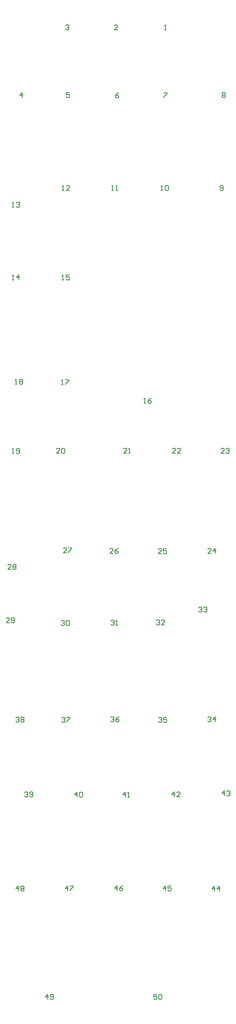
<source format=gto>
%FSLAX44Y44*%
%MOMM*%
G71*
G01*
G75*
%ADD10R,2.5000X6.0000*%
%ADD11R,6.9850X4.0000*%
%ADD12R,6.0000X2.5000*%
%ADD13R,4.0000X6.9850*%
%ADD14C,0.2540*%
%ADD15C,1.0000*%
%ADD16C,4.0000*%
%ADD17C,1.8000*%
%ADD18C,1.0000*%
%ADD19C,1.2700*%
%ADD20R,1.0200X3.8000*%
%ADD21R,1.2192X0.8128*%
%ADD22R,0.3556X0.7620*%
%ADD23R,0.7620X0.3556*%
%ADD24R,2.7940X2.7940*%
D14*
X497928Y3134160D02*
X503006D01*
X500467D01*
Y3149395D01*
X497928Y3146856D01*
X352891Y3134160D02*
X342734D01*
X352891Y3144317D01*
Y3146856D01*
X350352Y3149395D01*
X345273D01*
X342734Y3146856D01*
X192874D02*
X195413Y3149395D01*
X200492D01*
X203031Y3146856D01*
Y3144317D01*
X200492Y3141778D01*
X197952D01*
X200492D01*
X203031Y3139239D01*
Y3136699D01*
X200492Y3134160D01*
X195413D01*
X192874Y3136699D01*
X58760Y2925372D02*
Y2940607D01*
X51142Y2932990D01*
X61299D01*
X205157Y2941235D02*
X195000D01*
Y2933618D01*
X200078Y2936157D01*
X202617D01*
X205157Y2933618D01*
Y2928539D01*
X202617Y2926000D01*
X197539D01*
X195000Y2928539D01*
X356157Y2940235D02*
X351078Y2937696D01*
X346000Y2932617D01*
Y2927539D01*
X348539Y2925000D01*
X353618D01*
X356157Y2927539D01*
Y2930078D01*
X353618Y2932617D01*
X346000D01*
X495000Y2940235D02*
X505157D01*
Y2937696D01*
X495000Y2927539D01*
Y2925000D01*
X675000Y2938696D02*
X677539Y2941235D01*
X682617D01*
X685157Y2938696D01*
Y2936157D01*
X682617Y2933618D01*
X685157Y2931078D01*
Y2928539D01*
X682617Y2926000D01*
X677539D01*
X675000Y2928539D01*
Y2931078D01*
X677539Y2933618D01*
X675000Y2936157D01*
Y2938696D01*
X677539Y2933618D02*
X682617D01*
X668000Y2642539D02*
X670539Y2640000D01*
X675618D01*
X678157Y2642539D01*
Y2652696D01*
X675618Y2655235D01*
X670539D01*
X668000Y2652696D01*
Y2650157D01*
X670539Y2647617D01*
X678157D01*
X487000Y2640000D02*
X492078D01*
X489539D01*
Y2655235D01*
X487000Y2652696D01*
X499696D02*
X502235Y2655235D01*
X507313D01*
X509853Y2652696D01*
Y2642539D01*
X507313Y2640000D01*
X502235D01*
X499696Y2642539D01*
Y2652696D01*
X335000Y2640000D02*
X340078D01*
X337539D01*
Y2655235D01*
X335000Y2652696D01*
X347696Y2640000D02*
X352774D01*
X350235D01*
Y2655235D01*
X347696Y2652696D01*
X183000Y2640000D02*
X188078D01*
X185539D01*
Y2655235D01*
X183000Y2652696D01*
X205853Y2640000D02*
X195696D01*
X205853Y2650157D01*
Y2652696D01*
X203313Y2655235D01*
X198235D01*
X195696Y2652696D01*
X29000Y2588000D02*
X34078D01*
X31539D01*
Y2603235D01*
X29000Y2600696D01*
X41696D02*
X44235Y2603235D01*
X49313D01*
X51853Y2600696D01*
Y2598157D01*
X49313Y2595617D01*
X46774D01*
X49313D01*
X51853Y2593078D01*
Y2590539D01*
X49313Y2588000D01*
X44235D01*
X41696Y2590539D01*
X29000Y2365000D02*
X34078D01*
X31539D01*
Y2380235D01*
X29000Y2377696D01*
X49313Y2365000D02*
Y2380235D01*
X41696Y2372617D01*
X51853D01*
X182000Y2365000D02*
X187078D01*
X184539D01*
Y2380235D01*
X182000Y2377696D01*
X204853Y2380235D02*
X194696D01*
Y2372617D01*
X199774Y2375157D01*
X202313D01*
X204853Y2372617D01*
Y2367539D01*
X202313Y2365000D01*
X197235D01*
X194696Y2367539D01*
X434428Y1985064D02*
X439506D01*
X436967D01*
Y2000299D01*
X434428Y1997760D01*
X457281Y2000299D02*
X452202Y1997760D01*
X447124Y1992682D01*
Y1987603D01*
X449663Y1985064D01*
X454742D01*
X457281Y1987603D01*
Y1990143D01*
X454742Y1992682D01*
X447124D01*
X180000Y2042000D02*
X185078D01*
X182539D01*
Y2057235D01*
X180000Y2054696D01*
X192696Y2057235D02*
X202853D01*
Y2054696D01*
X192696Y2044539D01*
Y2042000D01*
X38000Y2044000D02*
X43078D01*
X40539D01*
Y2059235D01*
X38000Y2056696D01*
X50696D02*
X53235Y2059235D01*
X58313D01*
X60853Y2056696D01*
Y2054157D01*
X58313Y2051617D01*
X60853Y2049078D01*
Y2046539D01*
X58313Y2044000D01*
X53235D01*
X50696Y2046539D01*
Y2049078D01*
X53235Y2051617D01*
X50696Y2054157D01*
Y2056696D01*
X53235Y2051617D02*
X58313D01*
X29000Y1830000D02*
X34078D01*
X31539D01*
Y1845235D01*
X29000Y1842696D01*
X41696Y1832539D02*
X44235Y1830000D01*
X49313D01*
X51853Y1832539D01*
Y1842696D01*
X49313Y1845235D01*
X44235D01*
X41696Y1842696D01*
Y1840157D01*
X44235Y1837617D01*
X51853D01*
X175157Y1831000D02*
X165000D01*
X175157Y1841157D01*
Y1843696D01*
X172617Y1846235D01*
X167539D01*
X165000Y1843696D01*
X180235D02*
X182774Y1846235D01*
X187853D01*
X190392Y1843696D01*
Y1833539D01*
X187853Y1831000D01*
X182774D01*
X180235Y1833539D01*
Y1843696D01*
X381593Y1830886D02*
X371436D01*
X381593Y1841043D01*
Y1843582D01*
X379054Y1846121D01*
X373975D01*
X371436Y1843582D01*
X386671Y1830886D02*
X391749D01*
X389210D01*
Y1846121D01*
X386671Y1843582D01*
X531707Y1830886D02*
X521550D01*
X531707Y1841043D01*
Y1843582D01*
X529168Y1846121D01*
X524089D01*
X521550Y1843582D01*
X546942Y1830886D02*
X536785D01*
X546942Y1841043D01*
Y1843582D01*
X544403Y1846121D01*
X539324D01*
X536785Y1843582D01*
X681567Y1830886D02*
X671410D01*
X681567Y1841043D01*
Y1843582D01*
X679028Y1846121D01*
X673949D01*
X671410Y1843582D01*
X686645D02*
X689184Y1846121D01*
X694263D01*
X696802Y1843582D01*
Y1841043D01*
X694263Y1838504D01*
X691723D01*
X694263D01*
X696802Y1835965D01*
Y1833425D01*
X694263Y1830886D01*
X689184D01*
X686645Y1833425D01*
X641157Y1523000D02*
X631000D01*
X641157Y1533157D01*
Y1535696D01*
X638618Y1538235D01*
X633539D01*
X631000Y1535696D01*
X653853Y1523000D02*
Y1538235D01*
X646235Y1530618D01*
X656392D01*
X488157Y1522000D02*
X478000D01*
X488157Y1532157D01*
Y1534696D01*
X485617Y1537235D01*
X480539D01*
X478000Y1534696D01*
X503392Y1537235D02*
X493235D01*
Y1529617D01*
X498313Y1532157D01*
X500853D01*
X503392Y1529617D01*
Y1524539D01*
X500853Y1522000D01*
X495774D01*
X493235Y1524539D01*
X339157Y1523000D02*
X329000D01*
X339157Y1533157D01*
Y1535696D01*
X336618Y1538235D01*
X331539D01*
X329000Y1535696D01*
X354392Y1538235D02*
X349313Y1535696D01*
X344235Y1530618D01*
Y1525539D01*
X346774Y1523000D01*
X351853D01*
X354392Y1525539D01*
Y1528078D01*
X351853Y1530618D01*
X344235D01*
X196157Y1525000D02*
X186000D01*
X196157Y1535157D01*
Y1537696D01*
X193617Y1540235D01*
X188539D01*
X186000Y1537696D01*
X201235Y1540235D02*
X211392D01*
Y1537696D01*
X201235Y1527539D01*
Y1525000D01*
X25157Y1474000D02*
X15000D01*
X25157Y1484157D01*
Y1486696D01*
X22617Y1489235D01*
X17539D01*
X15000Y1486696D01*
X30235D02*
X32774Y1489235D01*
X37853D01*
X40392Y1486696D01*
Y1484157D01*
X37853Y1481617D01*
X40392Y1479078D01*
Y1476539D01*
X37853Y1474000D01*
X32774D01*
X30235Y1476539D01*
Y1479078D01*
X32774Y1481617D01*
X30235Y1484157D01*
Y1486696D01*
X32774Y1481617D02*
X37853D01*
X20157Y1310000D02*
X10000D01*
X20157Y1320157D01*
Y1322696D01*
X17617Y1325235D01*
X12539D01*
X10000Y1322696D01*
X25235Y1312539D02*
X27774Y1310000D01*
X32853D01*
X35392Y1312539D01*
Y1322696D01*
X32853Y1325235D01*
X27774D01*
X25235Y1322696D01*
Y1320157D01*
X27774Y1317617D01*
X35392D01*
X179000Y1313696D02*
X181539Y1316235D01*
X186618D01*
X189157Y1313696D01*
Y1311157D01*
X186618Y1308618D01*
X184078D01*
X186618D01*
X189157Y1306078D01*
Y1303539D01*
X186618Y1301000D01*
X181539D01*
X179000Y1303539D01*
X194235Y1313696D02*
X196774Y1316235D01*
X201853D01*
X204392Y1313696D01*
Y1303539D01*
X201853Y1301000D01*
X196774D01*
X194235Y1303539D01*
Y1313696D01*
X333000Y1314696D02*
X335539Y1317235D01*
X340617D01*
X343157Y1314696D01*
Y1312157D01*
X340617Y1309617D01*
X338078D01*
X340617D01*
X343157Y1307078D01*
Y1304539D01*
X340617Y1302000D01*
X335539D01*
X333000Y1304539D01*
X348235Y1302000D02*
X353313D01*
X350774D01*
Y1317235D01*
X348235Y1314696D01*
X472000Y1315696D02*
X474539Y1318235D01*
X479618D01*
X482157Y1315696D01*
Y1313157D01*
X479618Y1310618D01*
X477078D01*
X479618D01*
X482157Y1308078D01*
Y1305539D01*
X479618Y1303000D01*
X474539D01*
X472000Y1305539D01*
X497392Y1303000D02*
X487235D01*
X497392Y1313157D01*
Y1315696D01*
X494853Y1318235D01*
X489774D01*
X487235Y1315696D01*
X603000Y1355696D02*
X605539Y1358235D01*
X610617D01*
X613157Y1355696D01*
Y1353157D01*
X610617Y1350618D01*
X608078D01*
X610617D01*
X613157Y1348078D01*
Y1345539D01*
X610617Y1343000D01*
X605539D01*
X603000Y1345539D01*
X618235Y1355696D02*
X620774Y1358235D01*
X625853D01*
X628392Y1355696D01*
Y1353157D01*
X625853Y1350618D01*
X623313D01*
X625853D01*
X628392Y1348078D01*
Y1345539D01*
X625853Y1343000D01*
X620774D01*
X618235Y1345539D01*
X631000Y1017696D02*
X633539Y1020235D01*
X638618D01*
X641157Y1017696D01*
Y1015157D01*
X638618Y1012617D01*
X636078D01*
X638618D01*
X641157Y1010078D01*
Y1007539D01*
X638618Y1005000D01*
X633539D01*
X631000Y1007539D01*
X653853Y1005000D02*
Y1020235D01*
X646235Y1012617D01*
X656392D01*
X479000Y1015696D02*
X481539Y1018235D01*
X486618D01*
X489157Y1015696D01*
Y1013157D01*
X486618Y1010618D01*
X484078D01*
X486618D01*
X489157Y1008078D01*
Y1005539D01*
X486618Y1003000D01*
X481539D01*
X479000Y1005539D01*
X504392Y1018235D02*
X494235D01*
Y1010618D01*
X499313Y1013157D01*
X501853D01*
X504392Y1010618D01*
Y1005539D01*
X501853Y1003000D01*
X496774D01*
X494235Y1005539D01*
X332000Y1017696D02*
X334539Y1020235D01*
X339618D01*
X342157Y1017696D01*
Y1015157D01*
X339618Y1012617D01*
X337078D01*
X339618D01*
X342157Y1010078D01*
Y1007539D01*
X339618Y1005000D01*
X334539D01*
X332000Y1007539D01*
X357392Y1020235D02*
X352313Y1017696D01*
X347235Y1012617D01*
Y1007539D01*
X349774Y1005000D01*
X354853D01*
X357392Y1007539D01*
Y1010078D01*
X354853Y1012617D01*
X347235D01*
X181000Y1015696D02*
X183539Y1018235D01*
X188617D01*
X191157Y1015696D01*
Y1013157D01*
X188617Y1010618D01*
X186078D01*
X188617D01*
X191157Y1008078D01*
Y1005539D01*
X188617Y1003000D01*
X183539D01*
X181000Y1005539D01*
X196235Y1018235D02*
X206392D01*
Y1015696D01*
X196235Y1005539D01*
Y1003000D01*
X40000Y1016696D02*
X42539Y1019235D01*
X47618D01*
X50157Y1016696D01*
Y1014157D01*
X47618Y1011618D01*
X45078D01*
X47618D01*
X50157Y1009078D01*
Y1006539D01*
X47618Y1004000D01*
X42539D01*
X40000Y1006539D01*
X55235Y1016696D02*
X57774Y1019235D01*
X62853D01*
X65392Y1016696D01*
Y1014157D01*
X62853Y1011618D01*
X65392Y1009078D01*
Y1006539D01*
X62853Y1004000D01*
X57774D01*
X55235Y1006539D01*
Y1009078D01*
X57774Y1011618D01*
X55235Y1014157D01*
Y1016696D01*
X57774Y1011618D02*
X62853D01*
X67000Y786696D02*
X69539Y789235D01*
X74618D01*
X77157Y786696D01*
Y784157D01*
X74618Y781618D01*
X72078D01*
X74618D01*
X77157Y779078D01*
Y776539D01*
X74618Y774000D01*
X69539D01*
X67000Y776539D01*
X82235D02*
X84774Y774000D01*
X89853D01*
X92392Y776539D01*
Y786696D01*
X89853Y789235D01*
X84774D01*
X82235Y786696D01*
Y784157D01*
X84774Y781618D01*
X92392D01*
X227617Y773000D02*
Y788235D01*
X220000Y780618D01*
X230157D01*
X235235Y785696D02*
X237774Y788235D01*
X242853D01*
X245392Y785696D01*
Y775539D01*
X242853Y773000D01*
X237774D01*
X235235Y775539D01*
Y785696D01*
X376618Y773000D02*
Y788235D01*
X369000Y780618D01*
X379157D01*
X384235Y773000D02*
X389313D01*
X386774D01*
Y788235D01*
X384235Y785696D01*
X527617Y774000D02*
Y789235D01*
X520000Y781618D01*
X530157D01*
X545392Y774000D02*
X535235D01*
X545392Y784157D01*
Y786696D01*
X542853Y789235D01*
X537774D01*
X535235Y786696D01*
X681618Y777000D02*
Y792235D01*
X674000Y784617D01*
X684157D01*
X689235Y789696D02*
X691774Y792235D01*
X696853D01*
X699392Y789696D01*
Y787157D01*
X696853Y784617D01*
X694313D01*
X696853D01*
X699392Y782078D01*
Y779539D01*
X696853Y777000D01*
X691774D01*
X689235Y779539D01*
X650618Y483000D02*
Y498235D01*
X643000Y490617D01*
X653157D01*
X665853Y483000D02*
Y498235D01*
X658235Y490617D01*
X668392D01*
X500617Y484000D02*
Y499235D01*
X493000Y491618D01*
X503157D01*
X518392Y499235D02*
X508235D01*
Y491618D01*
X513313Y494157D01*
X515853D01*
X518392Y491618D01*
Y486539D01*
X515853Y484000D01*
X510774D01*
X508235Y486539D01*
X351618Y485000D02*
Y500235D01*
X344000Y492617D01*
X354157D01*
X369392Y500235D02*
X364313Y497696D01*
X359235Y492617D01*
Y487539D01*
X361774Y485000D01*
X366853D01*
X369392Y487539D01*
Y490078D01*
X366853Y492617D01*
X359235D01*
X198617Y484000D02*
Y499235D01*
X191000Y491618D01*
X201157D01*
X206235Y499235D02*
X216392D01*
Y496696D01*
X206235Y486539D01*
Y484000D01*
X47618D02*
Y499235D01*
X40000Y491618D01*
X50157D01*
X55235Y496696D02*
X57774Y499235D01*
X62853D01*
X65392Y496696D01*
Y494157D01*
X62853Y491618D01*
X65392Y489078D01*
Y486539D01*
X62853Y484000D01*
X57774D01*
X55235Y486539D01*
Y489078D01*
X57774Y491618D01*
X55235Y494157D01*
Y496696D01*
X57774Y491618D02*
X62853D01*
X138262Y150676D02*
Y165911D01*
X130644Y158294D01*
X140801D01*
X145879Y153215D02*
X148418Y150676D01*
X153497D01*
X156036Y153215D01*
Y163372D01*
X153497Y165911D01*
X148418D01*
X145879Y163372D01*
Y160833D01*
X148418Y158294D01*
X156036D01*
X473795Y165911D02*
X463638D01*
Y158294D01*
X468716Y160833D01*
X471256D01*
X473795Y158294D01*
Y153215D01*
X471256Y150676D01*
X466177D01*
X463638Y153215D01*
X478873Y163372D02*
X481412Y165911D01*
X486491D01*
X489030Y163372D01*
Y153215D01*
X486491Y150676D01*
X481412D01*
X478873Y153215D01*
Y163372D01*
M02*

</source>
